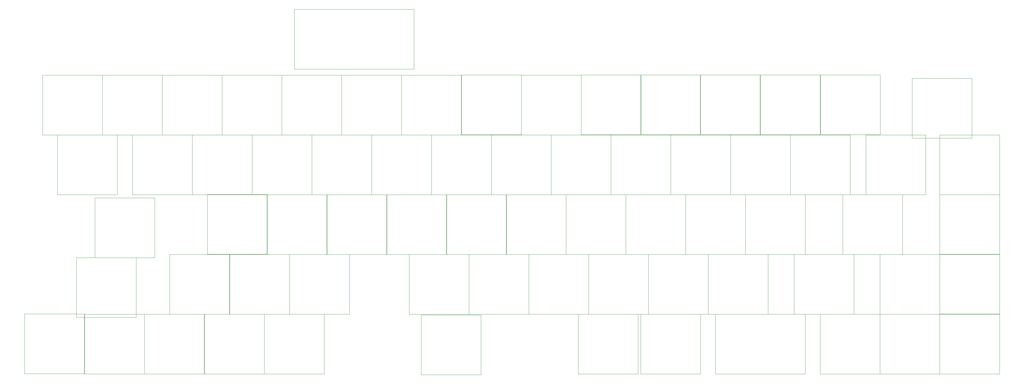
<source format=gbr>
%TF.GenerationSoftware,KiCad,Pcbnew,9.0.2*%
%TF.CreationDate,2025-06-27T23:50:21-07:00*%
%TF.ProjectId,Proj3,50726f6a-332e-46b6-9963-61645f706362,rev?*%
%TF.SameCoordinates,Original*%
%TF.FileFunction,Other,ECO1*%
%FSLAX46Y46*%
G04 Gerber Fmt 4.6, Leading zero omitted, Abs format (unit mm)*
G04 Created by KiCad (PCBNEW 9.0.2) date 2025-06-27 23:50:21*
%MOMM*%
%LPD*%
G01*
G04 APERTURE LIST*
%ADD10C,0.120000*%
G04 APERTURE END LIST*
D10*
%TO.C,SW63*%
X357185000Y-278677000D02*
X357185000Y-297727000D01*
X338135000Y-278677000D02*
X338135000Y-297727000D01*
X338135000Y-278677000D02*
X357185000Y-278677000D01*
X338135000Y-297727000D02*
X357185000Y-297727000D01*
%TO.C,SW60*%
X128575000Y-279687000D02*
X128575000Y-298737000D01*
X109525000Y-279687000D02*
X109525000Y-298737000D01*
X109525000Y-279687000D02*
X128575000Y-279687000D01*
X109525000Y-298737000D02*
X128575000Y-298737000D01*
%TO.C,SW19*%
X372645000Y-259617000D02*
X372645000Y-278667000D01*
X353595000Y-259617000D02*
X353595000Y-278667000D01*
X353595000Y-259617000D02*
X372645000Y-259617000D01*
X353595000Y-278667000D02*
X372645000Y-278667000D01*
%TO.C,SW16*%
X394755000Y-222580700D02*
X394755000Y-241630700D01*
X375705000Y-222580700D02*
X375705000Y-241630700D01*
X375705000Y-222580700D02*
X394755000Y-222580700D01*
X375705000Y-241630700D02*
X394755000Y-241630700D01*
%TO.C,SW15*%
X122595000Y-240567000D02*
X122595000Y-259617000D01*
X103545000Y-240567000D02*
X103545000Y-259617000D01*
X103545000Y-240567000D02*
X122595000Y-240567000D01*
X103545000Y-259617000D02*
X122595000Y-259617000D01*
%TO.C,SW3*%
X341657500Y-297727000D02*
X341657500Y-316777000D01*
X313082500Y-297727000D02*
X313082500Y-316777000D01*
X313082500Y-297727000D02*
X341657500Y-297727000D01*
X313082500Y-316777000D02*
X341657500Y-316777000D01*
%TO.C,SW33*%
X336915000Y-240567000D02*
X336915000Y-259617000D01*
X336915000Y-240567000D02*
X355965000Y-240567000D01*
X336915000Y-259617000D02*
X355965000Y-259617000D01*
X355965000Y-240567000D02*
X355965000Y-259617000D01*
%TO.C,SW45*%
X279765000Y-240575000D02*
X279765000Y-259625000D01*
X279765000Y-240575000D02*
X298815000Y-240575000D01*
X279765000Y-259625000D02*
X298815000Y-259625000D01*
X298815000Y-240575000D02*
X298815000Y-259625000D01*
%TO.C,SW9*%
X291735000Y-278687000D02*
X291735000Y-297737000D01*
X291735000Y-278687000D02*
X310785000Y-278687000D01*
X291735000Y-297737000D02*
X310785000Y-297737000D01*
X310785000Y-278687000D02*
X310785000Y-297737000D01*
%TO.C,SW38*%
X265535000Y-259617000D02*
X265535000Y-278667000D01*
X265535000Y-259617000D02*
X284585000Y-259617000D01*
X265535000Y-278667000D02*
X284585000Y-278667000D01*
X284585000Y-259617000D02*
X284585000Y-278667000D01*
%TO.C,SW70*%
X169365000Y-297760700D02*
X169365000Y-316810700D01*
X169365000Y-297760700D02*
X188415000Y-297760700D01*
X169365000Y-316810700D02*
X188415000Y-316810700D01*
X188415000Y-297760700D02*
X188415000Y-316810700D01*
%TO.C,SW30*%
X93065000Y-297697000D02*
X93065000Y-316747000D01*
X93065000Y-297697000D02*
X112115000Y-297697000D01*
X93065000Y-316747000D02*
X112115000Y-316747000D01*
X112115000Y-297697000D02*
X112115000Y-316747000D01*
%TO.C,SW62*%
X194045000Y-221517000D02*
X194045000Y-240567000D01*
X194045000Y-221517000D02*
X213095000Y-221517000D01*
X194045000Y-240567000D02*
X213095000Y-240567000D01*
X213095000Y-221517000D02*
X213095000Y-240567000D01*
%TO.C,SW57*%
X131205000Y-297747000D02*
X131205000Y-316797000D01*
X131205000Y-297747000D02*
X150255000Y-297747000D01*
X131205000Y-316797000D02*
X150255000Y-316797000D01*
X150255000Y-297747000D02*
X150255000Y-316797000D01*
%TO.C,SW54*%
X165465000Y-240575000D02*
X165465000Y-259625000D01*
X165465000Y-240575000D02*
X184515000Y-240575000D01*
X165465000Y-259625000D02*
X184515000Y-259625000D01*
X184515000Y-240575000D02*
X184515000Y-259625000D01*
%TO.C,SW65*%
X384545000Y-259617000D02*
X384545000Y-278667000D01*
X384545000Y-259617000D02*
X403595000Y-259617000D01*
X384545000Y-278667000D02*
X403595000Y-278667000D01*
X403595000Y-259617000D02*
X403595000Y-278667000D01*
%TO.C,SW2*%
X365495000Y-278667000D02*
X365495000Y-297717000D01*
X365495000Y-278667000D02*
X384545000Y-278667000D01*
X365495000Y-297717000D02*
X384545000Y-297717000D01*
X384545000Y-278667000D02*
X384545000Y-297717000D01*
%TO.C,SW41*%
X112125000Y-297717000D02*
X112125000Y-316767000D01*
X112125000Y-297717000D02*
X131175000Y-297717000D01*
X112125000Y-316767000D02*
X131175000Y-316767000D01*
X131175000Y-297717000D02*
X131175000Y-316767000D01*
%TO.C,SW1*%
X346445000Y-297717000D02*
X346445000Y-316767000D01*
X346445000Y-297717000D02*
X365495000Y-297717000D01*
X346445000Y-316767000D02*
X365495000Y-316767000D01*
X365495000Y-297717000D02*
X365495000Y-316767000D01*
%TO.C,SW4*%
X384545000Y-297717000D02*
X384545000Y-316767000D01*
X384545000Y-297717000D02*
X403595000Y-297717000D01*
X384545000Y-316767000D02*
X403595000Y-316767000D01*
X403595000Y-297717000D02*
X403595000Y-316767000D01*
%TO.C,SW48*%
X272665000Y-278677000D02*
X272665000Y-297727000D01*
X272665000Y-278677000D02*
X291715000Y-278677000D01*
X272665000Y-297727000D02*
X291715000Y-297727000D01*
X291715000Y-278677000D02*
X291715000Y-297727000D01*
%TO.C,SW51*%
X289285000Y-221450700D02*
X289285000Y-240500700D01*
X289285000Y-221450700D02*
X308335000Y-221450700D01*
X289285000Y-240500700D02*
X308335000Y-240500700D01*
X308335000Y-221450700D02*
X308335000Y-240500700D01*
%TO.C,SW5*%
X139295000Y-278687000D02*
X139295000Y-297737000D01*
X139295000Y-278687000D02*
X158345000Y-278687000D01*
X139295000Y-297737000D02*
X158345000Y-297737000D01*
X158345000Y-278687000D02*
X158345000Y-297737000D01*
%TO.C,SW26*%
X289295000Y-297767000D02*
X289295000Y-316817000D01*
X289295000Y-297767000D02*
X308345000Y-297767000D01*
X289295000Y-316817000D02*
X308345000Y-316817000D01*
X308345000Y-297767000D02*
X308345000Y-316817000D01*
%TO.C,SW34*%
X322645000Y-259617000D02*
X322645000Y-278667000D01*
X322645000Y-259617000D02*
X341695000Y-259617000D01*
X322645000Y-278667000D02*
X341695000Y-278667000D01*
X341695000Y-259617000D02*
X341695000Y-278667000D01*
%TO.C,SW69*%
X346535000Y-221497000D02*
X346535000Y-240547000D01*
X346535000Y-221497000D02*
X365585000Y-221497000D01*
X346535000Y-240547000D02*
X365585000Y-240547000D01*
X365585000Y-221497000D02*
X365585000Y-240547000D01*
%TO.C,SW17*%
X365505000Y-297747000D02*
X365505000Y-316797000D01*
X365505000Y-297747000D02*
X384555000Y-297747000D01*
X365505000Y-316797000D02*
X384555000Y-316797000D01*
X384555000Y-297747000D02*
X384555000Y-316797000D01*
%TO.C,SW7*%
X177435000Y-278677000D02*
X177435000Y-297727000D01*
X177435000Y-278677000D02*
X196485000Y-278677000D01*
X177435000Y-297727000D02*
X196485000Y-297727000D01*
X196485000Y-278677000D02*
X196485000Y-297727000D01*
%TO.C,SW13*%
X127365000Y-240575000D02*
X127365000Y-259625000D01*
X127365000Y-240575000D02*
X146415000Y-240575000D01*
X127365000Y-259625000D02*
X146415000Y-259625000D01*
X146415000Y-240575000D02*
X146415000Y-259625000D01*
%TO.C,SW35*%
X241665000Y-240575000D02*
X241665000Y-259625000D01*
X241665000Y-240575000D02*
X260715000Y-240575000D01*
X241665000Y-259625000D02*
X260715000Y-259625000D01*
X260715000Y-240575000D02*
X260715000Y-259625000D01*
%TO.C,SW71*%
X269385000Y-297737000D02*
X269385000Y-316787000D01*
X269385000Y-297737000D02*
X288435000Y-297737000D01*
X269385000Y-316787000D02*
X288435000Y-316787000D01*
X288435000Y-297737000D02*
X288435000Y-316787000D01*
%TO.C,SW40*%
X234575000Y-278657000D02*
X234575000Y-297707000D01*
X234575000Y-278657000D02*
X253625000Y-278657000D01*
X234575000Y-297707000D02*
X253625000Y-297707000D01*
X253625000Y-278657000D02*
X253625000Y-297707000D01*
%TO.C,SW22*%
X361005000Y-240587000D02*
X361005000Y-259637000D01*
X361005000Y-240587000D02*
X380055000Y-240587000D01*
X361005000Y-259637000D02*
X380055000Y-259637000D01*
X380055000Y-240587000D02*
X380055000Y-259637000D01*
%TO.C,SW58*%
X232195000Y-221497000D02*
X232195000Y-240547000D01*
X232195000Y-221497000D02*
X251245000Y-221497000D01*
X232195000Y-240547000D02*
X251245000Y-240547000D01*
X251245000Y-221497000D02*
X251245000Y-240547000D01*
%TO.C,SW36*%
X151265000Y-259597000D02*
X151265000Y-278647000D01*
X151265000Y-259597000D02*
X170315000Y-259597000D01*
X151265000Y-278647000D02*
X170315000Y-278647000D01*
X170315000Y-259597000D02*
X170315000Y-278647000D01*
%TO.C,SW25*%
X284585000Y-259617000D02*
X284585000Y-278667000D01*
X284585000Y-259617000D02*
X303635000Y-259617000D01*
X284585000Y-278667000D02*
X303635000Y-278667000D01*
X303635000Y-259617000D02*
X303635000Y-278667000D01*
%TO.C,SW28*%
X384535000Y-278647000D02*
X384535000Y-297697000D01*
X384535000Y-278647000D02*
X403585000Y-278647000D01*
X384535000Y-297697000D02*
X403585000Y-297697000D01*
X403585000Y-278647000D02*
X403585000Y-297697000D01*
%TO.C,SW31*%
X150315000Y-297750700D02*
X150315000Y-316800700D01*
X150315000Y-297750700D02*
X169365000Y-297750700D01*
X150315000Y-316800700D02*
X169365000Y-316800700D01*
X169365000Y-297750700D02*
X169365000Y-316800700D01*
%TO.C,SW43*%
X203565000Y-240575000D02*
X203565000Y-259625000D01*
X203565000Y-240575000D02*
X222615000Y-240575000D01*
X203565000Y-259625000D02*
X222615000Y-259625000D01*
X222615000Y-240575000D02*
X222615000Y-259625000D01*
%TO.C,SW6*%
X189345000Y-259637000D02*
X189345000Y-278687000D01*
X189345000Y-259637000D02*
X208395000Y-259637000D01*
X189345000Y-278687000D02*
X208395000Y-278687000D01*
X208395000Y-259637000D02*
X208395000Y-278687000D01*
%TO.C,SW23*%
X184515000Y-240575000D02*
X184515000Y-259625000D01*
X184515000Y-240575000D02*
X203565000Y-240575000D01*
X184515000Y-259625000D02*
X203565000Y-259625000D01*
X203565000Y-240575000D02*
X203565000Y-259625000D01*
%TO.C,SW18*%
X115495000Y-260707000D02*
X115495000Y-279757000D01*
X115495000Y-260707000D02*
X134545000Y-260707000D01*
X115495000Y-279757000D02*
X134545000Y-279757000D01*
X134545000Y-260707000D02*
X134545000Y-279757000D01*
%TO.C,SW61*%
X308265000Y-221447000D02*
X308265000Y-240497000D01*
X308265000Y-221447000D02*
X327315000Y-221447000D01*
X308265000Y-240497000D02*
X327315000Y-240497000D01*
X327315000Y-221447000D02*
X327315000Y-240497000D01*
%TO.C,SW21*%
X117845000Y-221517000D02*
X117845000Y-240567000D01*
X117845000Y-221517000D02*
X136895000Y-221517000D01*
X117845000Y-240567000D02*
X136895000Y-240567000D01*
X136895000Y-221517000D02*
X136895000Y-240567000D01*
%TO.C,SW68*%
X178950000Y-200567000D02*
X178950000Y-219617000D01*
X178950000Y-200567000D02*
X217050000Y-200567000D01*
X178950000Y-219617000D02*
X217050000Y-219617000D01*
X217050000Y-200567000D02*
X217050000Y-219617000D01*
%TO.C,SW39*%
X227455000Y-259657000D02*
X227455000Y-278707000D01*
X227455000Y-259657000D02*
X246505000Y-259657000D01*
X227455000Y-278707000D02*
X246505000Y-278707000D01*
X246505000Y-259657000D02*
X246505000Y-278707000D01*
%TO.C,SW50*%
X253655000Y-278677000D02*
X253655000Y-297727000D01*
X253655000Y-278677000D02*
X272705000Y-278677000D01*
X253655000Y-297727000D02*
X272705000Y-297727000D01*
X272705000Y-278677000D02*
X272705000Y-297727000D01*
%TO.C,SW67*%
X270315000Y-221497000D02*
X270315000Y-240547000D01*
X270315000Y-221497000D02*
X289365000Y-221497000D01*
X270315000Y-240547000D02*
X289365000Y-240547000D01*
X289365000Y-221497000D02*
X289365000Y-240547000D01*
%TO.C,SW27*%
X170275000Y-259617000D02*
X170275000Y-278667000D01*
X170275000Y-259617000D02*
X189325000Y-259617000D01*
X170275000Y-278667000D02*
X189325000Y-278667000D01*
X189325000Y-259617000D02*
X189325000Y-278667000D01*
%TO.C,SW44*%
X317865000Y-240567000D02*
X317865000Y-259617000D01*
X317865000Y-240567000D02*
X336915000Y-240567000D01*
X317865000Y-259617000D02*
X336915000Y-259617000D01*
X336915000Y-240567000D02*
X336915000Y-259617000D01*
%TO.C,SW52*%
X174995000Y-221517000D02*
X174995000Y-240567000D01*
X174995000Y-221517000D02*
X194045000Y-221517000D01*
X174995000Y-240567000D02*
X194045000Y-240567000D01*
X194045000Y-221517000D02*
X194045000Y-240567000D01*
%TO.C,SW24*%
X222615000Y-240575000D02*
X222615000Y-259625000D01*
X222615000Y-240575000D02*
X241665000Y-240575000D01*
X222615000Y-259625000D02*
X241665000Y-259625000D01*
X241665000Y-240575000D02*
X241665000Y-259625000D01*
%TO.C,SW14*%
X215555000Y-278657000D02*
X215555000Y-297707000D01*
X215555000Y-278657000D02*
X234605000Y-278657000D01*
X215555000Y-297707000D02*
X234605000Y-297707000D01*
X234605000Y-278657000D02*
X234605000Y-297707000D01*
%TO.C,SW12*%
X146415000Y-240575000D02*
X146415000Y-259625000D01*
X146415000Y-240575000D02*
X165465000Y-240575000D01*
X146415000Y-259625000D02*
X165465000Y-259625000D01*
X165465000Y-240575000D02*
X165465000Y-259625000D01*
%TO.C,SW32*%
X155945000Y-221517000D02*
X155945000Y-240567000D01*
X155945000Y-221517000D02*
X174995000Y-221517000D01*
X155945000Y-240567000D02*
X174995000Y-240567000D01*
X174995000Y-221517000D02*
X174995000Y-240567000D01*
%TO.C,SW56*%
X219345000Y-297990700D02*
X219345000Y-317040700D01*
X219345000Y-297990700D02*
X238395000Y-297990700D01*
X219345000Y-317040700D02*
X238395000Y-317040700D01*
X238395000Y-297990700D02*
X238395000Y-317040700D01*
%TO.C,SW10*%
X310815000Y-278667000D02*
X310815000Y-297717000D01*
X310815000Y-278667000D02*
X329865000Y-278667000D01*
X310815000Y-297717000D02*
X329865000Y-297717000D01*
X329865000Y-278667000D02*
X329865000Y-297717000D01*
%TO.C,SW37*%
X246485000Y-259607000D02*
X246485000Y-278657000D01*
X246485000Y-259607000D02*
X265535000Y-259607000D01*
X246485000Y-278657000D02*
X265535000Y-278657000D01*
X265535000Y-259607000D02*
X265535000Y-278657000D01*
%TO.C,SW42*%
X136895000Y-221517000D02*
X136895000Y-240567000D01*
X136895000Y-221517000D02*
X155945000Y-221517000D01*
X136895000Y-240567000D02*
X155945000Y-240567000D01*
X155945000Y-221517000D02*
X155945000Y-240567000D01*
%TO.C,SW49*%
X213085000Y-221507000D02*
X213085000Y-240557000D01*
X213085000Y-221507000D02*
X232135000Y-221507000D01*
X213085000Y-240557000D02*
X232135000Y-240557000D01*
X232135000Y-221507000D02*
X232135000Y-240557000D01*
%TO.C,SW53*%
X298815000Y-240567000D02*
X298815000Y-259617000D01*
X298815000Y-240567000D02*
X317865000Y-240567000D01*
X298815000Y-259617000D02*
X317865000Y-259617000D01*
X317865000Y-240567000D02*
X317865000Y-259617000D01*
%TO.C,SW55*%
X260715000Y-240575000D02*
X260715000Y-259625000D01*
X260715000Y-240575000D02*
X279765000Y-240575000D01*
X260715000Y-259625000D02*
X279765000Y-259625000D01*
X279765000Y-240575000D02*
X279765000Y-259625000D01*
%TO.C,SW11*%
X98795000Y-221517000D02*
X98795000Y-240567000D01*
X98795000Y-221517000D02*
X117845000Y-221517000D01*
X98795000Y-240567000D02*
X117845000Y-240567000D01*
X117845000Y-221517000D02*
X117845000Y-240567000D01*
%TO.C,SW47*%
X208375000Y-259627000D02*
X208375000Y-278677000D01*
X208375000Y-259627000D02*
X227425000Y-259627000D01*
X208375000Y-278677000D02*
X227425000Y-278677000D01*
X227425000Y-259627000D02*
X227425000Y-278677000D01*
%TO.C,SW29*%
X158375000Y-278677000D02*
X158375000Y-297727000D01*
X158375000Y-278677000D02*
X177425000Y-278677000D01*
X158375000Y-297727000D02*
X177425000Y-297727000D01*
X177425000Y-278677000D02*
X177425000Y-297727000D01*
%TO.C,SW20*%
X251255000Y-221517000D02*
X251255000Y-240567000D01*
X251255000Y-221517000D02*
X270305000Y-221517000D01*
X251255000Y-240567000D02*
X270305000Y-240567000D01*
X270305000Y-221517000D02*
X270305000Y-240567000D01*
%TO.C,SW59*%
X327415000Y-221487000D02*
X327415000Y-240537000D01*
X327415000Y-221487000D02*
X346465000Y-221487000D01*
X327415000Y-240537000D02*
X346465000Y-240537000D01*
X346465000Y-221487000D02*
X346465000Y-240537000D01*
%TO.C,SW46*%
X303625000Y-259617000D02*
X303625000Y-278667000D01*
X303625000Y-259617000D02*
X322675000Y-259617000D01*
X303625000Y-278667000D02*
X322675000Y-278667000D01*
X322675000Y-259617000D02*
X322675000Y-278667000D01*
%TO.C,SW64*%
X384545000Y-240567000D02*
X384545000Y-259617000D01*
X384545000Y-240567000D02*
X403595000Y-240567000D01*
X384545000Y-259617000D02*
X403595000Y-259617000D01*
X403595000Y-240567000D02*
X403595000Y-259617000D01*
%TD*%
M02*

</source>
